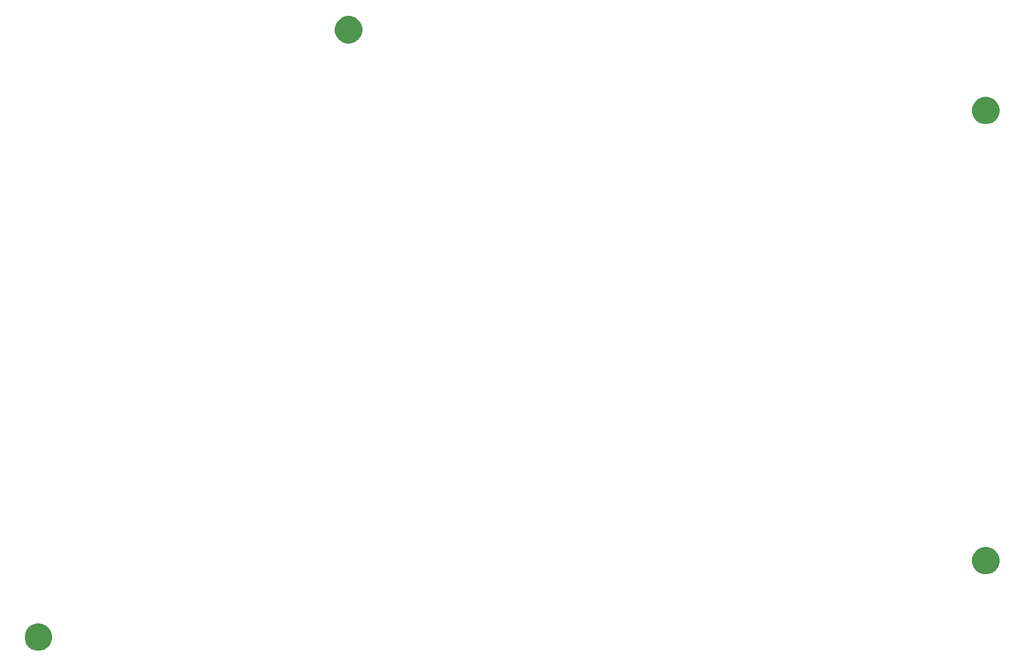
<source format=gbs>
G04 #@! TF.GenerationSoftware,KiCad,Pcbnew,5.0.2-bee76a0~70~ubuntu18.04.1*
G04 #@! TF.CreationDate,2019-07-24T01:28:00+09:00*
G04 #@! TF.ProjectId,bottom,626f7474-6f6d-42e6-9b69-6361645f7063,rev?*
G04 #@! TF.SameCoordinates,Original*
G04 #@! TF.FileFunction,Soldermask,Bot*
G04 #@! TF.FilePolarity,Negative*
%FSLAX46Y46*%
G04 Gerber Fmt 4.6, Leading zero omitted, Abs format (unit mm)*
G04 Created by KiCad (PCBNEW 5.0.2-bee76a0~70~ubuntu18.04.1) date 2019年07月24日 01時28分00秒*
%MOMM*%
%LPD*%
G01*
G04 APERTURE LIST*
%ADD10C,0.100000*%
G04 APERTURE END LIST*
D10*
G36*
X60923252Y-113597818D02*
X60923254Y-113597819D01*
X60923255Y-113597819D01*
X61296513Y-113752427D01*
X61296514Y-113752428D01*
X61632439Y-113976886D01*
X61918114Y-114262561D01*
X61918116Y-114262564D01*
X62142573Y-114598487D01*
X62297181Y-114971745D01*
X62376000Y-115367994D01*
X62376000Y-115772006D01*
X62297181Y-116168255D01*
X62142573Y-116541513D01*
X62142572Y-116541514D01*
X61918114Y-116877439D01*
X61632439Y-117163114D01*
X61632436Y-117163116D01*
X61296513Y-117387573D01*
X60923255Y-117542181D01*
X60923254Y-117542181D01*
X60923252Y-117542182D01*
X60527007Y-117621000D01*
X60122993Y-117621000D01*
X59726748Y-117542182D01*
X59726746Y-117542181D01*
X59726745Y-117542181D01*
X59353487Y-117387573D01*
X59017564Y-117163116D01*
X59017561Y-117163114D01*
X58731886Y-116877439D01*
X58507428Y-116541514D01*
X58507427Y-116541513D01*
X58352819Y-116168255D01*
X58274000Y-115772006D01*
X58274000Y-115367994D01*
X58352819Y-114971745D01*
X58507427Y-114598487D01*
X58731884Y-114262564D01*
X58731886Y-114262561D01*
X59017561Y-113976886D01*
X59353486Y-113752428D01*
X59353487Y-113752427D01*
X59726745Y-113597819D01*
X59726746Y-113597819D01*
X59726748Y-113597818D01*
X60122993Y-113519000D01*
X60527007Y-113519000D01*
X60923252Y-113597818D01*
X60923252Y-113597818D01*
G37*
G36*
X202528252Y-102167818D02*
X202528254Y-102167819D01*
X202528255Y-102167819D01*
X202901513Y-102322427D01*
X202901514Y-102322428D01*
X203237439Y-102546886D01*
X203523114Y-102832561D01*
X203523116Y-102832564D01*
X203747573Y-103168487D01*
X203902181Y-103541745D01*
X203981000Y-103937994D01*
X203981000Y-104342006D01*
X203902181Y-104738255D01*
X203747573Y-105111513D01*
X203747572Y-105111514D01*
X203523114Y-105447439D01*
X203237439Y-105733114D01*
X203237436Y-105733116D01*
X202901513Y-105957573D01*
X202528255Y-106112181D01*
X202528254Y-106112181D01*
X202528252Y-106112182D01*
X202132007Y-106191000D01*
X201727993Y-106191000D01*
X201331748Y-106112182D01*
X201331746Y-106112181D01*
X201331745Y-106112181D01*
X200958487Y-105957573D01*
X200622564Y-105733116D01*
X200622561Y-105733114D01*
X200336886Y-105447439D01*
X200112428Y-105111514D01*
X200112427Y-105111513D01*
X199957819Y-104738255D01*
X199879000Y-104342006D01*
X199879000Y-103937994D01*
X199957819Y-103541745D01*
X200112427Y-103168487D01*
X200336884Y-102832564D01*
X200336886Y-102832561D01*
X200622561Y-102546886D01*
X200958486Y-102322428D01*
X200958487Y-102322427D01*
X201331745Y-102167819D01*
X201331746Y-102167819D01*
X201331748Y-102167818D01*
X201727993Y-102089000D01*
X202132007Y-102089000D01*
X202528252Y-102167818D01*
X202528252Y-102167818D01*
G37*
G36*
X202528252Y-34857818D02*
X202528254Y-34857819D01*
X202528255Y-34857819D01*
X202901513Y-35012427D01*
X202901514Y-35012428D01*
X203237439Y-35236886D01*
X203523114Y-35522561D01*
X203523116Y-35522564D01*
X203747573Y-35858487D01*
X203902181Y-36231745D01*
X203981000Y-36627994D01*
X203981000Y-37032006D01*
X203902181Y-37428255D01*
X203747573Y-37801513D01*
X203747572Y-37801514D01*
X203523114Y-38137439D01*
X203237439Y-38423114D01*
X203237436Y-38423116D01*
X202901513Y-38647573D01*
X202528255Y-38802181D01*
X202528254Y-38802181D01*
X202528252Y-38802182D01*
X202132007Y-38881000D01*
X201727993Y-38881000D01*
X201331748Y-38802182D01*
X201331746Y-38802181D01*
X201331745Y-38802181D01*
X200958487Y-38647573D01*
X200622564Y-38423116D01*
X200622561Y-38423114D01*
X200336886Y-38137439D01*
X200112428Y-37801514D01*
X200112427Y-37801513D01*
X199957819Y-37428255D01*
X199879000Y-37032006D01*
X199879000Y-36627994D01*
X199957819Y-36231745D01*
X200112427Y-35858487D01*
X200336884Y-35522564D01*
X200336886Y-35522561D01*
X200622561Y-35236886D01*
X200958486Y-35012428D01*
X200958487Y-35012427D01*
X201331745Y-34857819D01*
X201331746Y-34857819D01*
X201331748Y-34857818D01*
X201727993Y-34779000D01*
X202132007Y-34779000D01*
X202528252Y-34857818D01*
X202528252Y-34857818D01*
G37*
G36*
X107278252Y-22792818D02*
X107278254Y-22792819D01*
X107278255Y-22792819D01*
X107651513Y-22947427D01*
X107651514Y-22947428D01*
X107987439Y-23171886D01*
X108273114Y-23457561D01*
X108273116Y-23457564D01*
X108497573Y-23793487D01*
X108652181Y-24166745D01*
X108731000Y-24562994D01*
X108731000Y-24967006D01*
X108652181Y-25363255D01*
X108497573Y-25736513D01*
X108497572Y-25736514D01*
X108273114Y-26072439D01*
X107987439Y-26358114D01*
X107987436Y-26358116D01*
X107651513Y-26582573D01*
X107278255Y-26737181D01*
X107278254Y-26737181D01*
X107278252Y-26737182D01*
X106882007Y-26816000D01*
X106477993Y-26816000D01*
X106081748Y-26737182D01*
X106081746Y-26737181D01*
X106081745Y-26737181D01*
X105708487Y-26582573D01*
X105372564Y-26358116D01*
X105372561Y-26358114D01*
X105086886Y-26072439D01*
X104862428Y-25736514D01*
X104862427Y-25736513D01*
X104707819Y-25363255D01*
X104629000Y-24967006D01*
X104629000Y-24562994D01*
X104707819Y-24166745D01*
X104862427Y-23793487D01*
X105086884Y-23457564D01*
X105086886Y-23457561D01*
X105372561Y-23171886D01*
X105708486Y-22947428D01*
X105708487Y-22947427D01*
X106081745Y-22792819D01*
X106081746Y-22792819D01*
X106081748Y-22792818D01*
X106477993Y-22714000D01*
X106882007Y-22714000D01*
X107278252Y-22792818D01*
X107278252Y-22792818D01*
G37*
M02*

</source>
